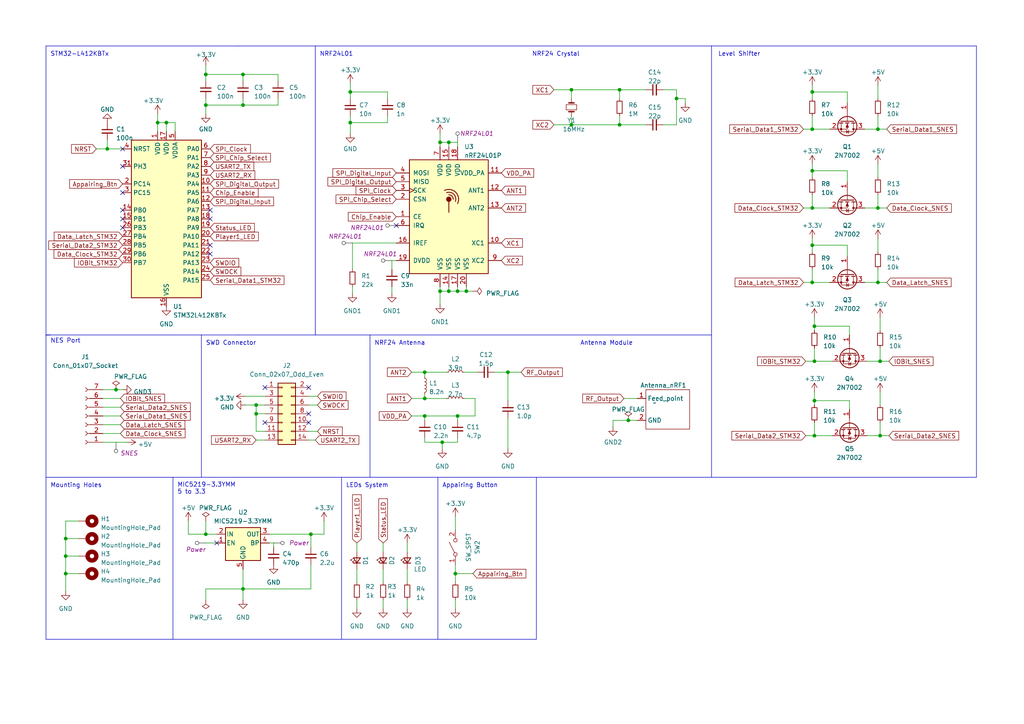
<source format=kicad_sch>
(kicad_sch (version 20230121) (generator eeschema)
  (paper "A4")
  (title_block (title "SNES Wireless Receiver (NRF24L01 Include)") (date "2023-04-17") (rev "2.0") (company "ENSEA"))
  (junction (at 165.735 26.035))
  (junction (at 236.22 126.365))
  (junction (at 19.05 166.37))
  (junction (at 33.655 113.03))
  (junction (at 130.175 84.455))
  (junction (at 130.175 41.275))
  (junction (at 147.32 107.95))
  (junction (at 236.22 104.775))
  (junction (at 127.635 84.455))
  (junction (at 254.635 60.325))
  (junction (at 127.635 41.275))
  (junction (at 235.585 81.915))
  (junction (at 59.69 21.59))
  (junction (at 70.485 170.815))
  (junction (at 236.22 116.205))
  (junction (at 90.17 154.94))
  (junction (at 179.705 36.195))
  (junction (at 123.19 115.57))
  (junction (at 59.69 154.94))
  (junction (at 45.72 35.56))
  (junction (at 235.585 71.12))
  (junction (at 255.27 126.365))
  (junction (at 123.19 120.65))
  (junction (at 70.485 30.48))
  (junction (at 196.215 28.575))
  (junction (at 19.05 161.29))
  (junction (at 235.585 60.325))
  (junction (at 254.635 81.915))
  (junction (at 254.635 37.465))
  (junction (at 132.08 166.37))
  (junction (at 70.485 21.59))
  (junction (at 59.69 30.48))
  (junction (at 74.295 120.015))
  (junction (at 182.245 121.92))
  (junction (at 101.6 35.56))
  (junction (at 74.295 117.475))
  (junction (at 19.05 156.21))
  (junction (at 135.255 84.455))
  (junction (at 179.705 26.035))
  (junction (at 132.715 84.455))
  (junction (at 123.19 107.95))
  (junction (at 235.585 49.53))
  (junction (at 132.715 120.65))
  (junction (at 235.585 37.465))
  (junction (at 255.27 104.775))
  (junction (at 235.585 26.67))
  (junction (at 236.22 94.615))
  (junction (at 165.735 36.195))
  (junction (at 31.115 43.18))
  (junction (at 101.6 26.67))
  (junction (at 128.27 128.27))
  (junction (at 48.26 35.56))
  (no_connect (at 35.56 55.88))
  (no_connect (at 89.535 120.015))
  (no_connect (at 76.835 122.555))
  (no_connect (at 89.535 112.395))
  (no_connect (at 60.96 71.12))
  (no_connect (at 35.56 66.04))
  (no_connect (at 62.865 157.48))
  (no_connect (at 35.56 48.26))
  (no_connect (at 35.56 63.5))
  (no_connect (at 114.935 65.405))
  (no_connect (at 76.835 112.395))
  (no_connect (at 60.96 60.96))
  (no_connect (at 89.535 122.555))
  (no_connect (at 35.56 60.96))
  (no_connect (at 60.96 63.5))
  (no_connect (at 60.96 73.66))
  (no_connect (at 35.56 43.18))
  (wire (pts (xy 101.6 35.56) (xy 101.6 33.655)))
  (wire (pts (xy 91.44 127.635) (xy 89.535 127.635)))
  (wire (pts (xy 255.27 104.775) (xy 255.27 100.965)))
  (polyline (pts (xy 283.21 138.43) (xy 206.375 138.43)))
  (polyline (pts (xy 127 185.42) (xy 155.575 185.42)))
  (wire (pts (xy 54.61 154.94) (xy 59.69 154.94)))
  (wire (pts (xy 92.075 117.475) (xy 89.535 117.475)))
  (wire (pts (xy 235.585 24.765) (xy 235.585 26.67)))
  (wire (pts (xy 198.755 28.575) (xy 198.755 29.845)))
  (wire (pts (xy 74.295 120.015) (xy 74.295 125.095)))
  (wire (pts (xy 29.845 113.03) (xy 33.655 113.03)))
  (wire (pts (xy 80.645 21.59) (xy 80.645 23.495)))
  (wire (pts (xy 70.485 21.59) (xy 80.645 21.59)))
  (wire (pts (xy 182.245 121.92) (xy 184.785 121.92)))
  (wire (pts (xy 196.215 36.195) (xy 196.215 28.575)))
  (polyline (pts (xy 58.42 138.43) (xy 107.315 138.43)))
  (wire (pts (xy 114.935 75.565) (xy 113.665 75.565)))
  (wire (pts (xy 128.27 128.27) (xy 132.715 128.27)))
  (wire (pts (xy 165.735 26.035) (xy 179.705 26.035)))
  (polyline (pts (xy 13.335 97.155) (xy 14.605 97.155)))
  (wire (pts (xy 235.585 78.105) (xy 235.585 81.915)))
  (wire (pts (xy 79.375 157.48) (xy 79.375 158.75)))
  (wire (pts (xy 103.505 165.1) (xy 103.505 168.91)))
  (wire (pts (xy 31.115 43.18) (xy 35.56 43.18)))
  (wire (pts (xy 70.485 30.48) (xy 80.645 30.48)))
  (polyline (pts (xy 99.06 138.43) (xy 99.06 185.42)))
  (wire (pts (xy 102.235 70.485) (xy 102.235 78.105)))
  (wire (pts (xy 29.845 123.19) (xy 34.925 123.19)))
  (wire (pts (xy 118.11 173.99) (xy 118.11 176.53)))
  (wire (pts (xy 235.585 60.325) (xy 240.665 60.325)))
  (wire (pts (xy 111.125 165.1) (xy 111.125 168.91)))
  (wire (pts (xy 128.27 128.27) (xy 128.27 130.175)))
  (wire (pts (xy 29.845 128.27) (xy 36.83 128.27)))
  (wire (pts (xy 71.12 114.935) (xy 76.835 114.935)))
  (wire (pts (xy 29.845 125.73) (xy 34.925 125.73)))
  (wire (pts (xy 130.175 84.455) (xy 130.175 83.185)))
  (wire (pts (xy 45.72 35.56) (xy 45.72 33.02)))
  (wire (pts (xy 236.22 104.775) (xy 241.3 104.775)))
  (wire (pts (xy 235.585 71.12) (xy 235.585 73.025)))
  (polyline (pts (xy 91.44 97.155) (xy 69.215 97.155)))
  (wire (pts (xy 50.8 38.1) (xy 50.8 35.56)))
  (wire (pts (xy 102.235 70.485) (xy 114.935 70.485)))
  (wire (pts (xy 74.295 120.015) (xy 76.835 120.015)))
  (wire (pts (xy 250.825 60.325) (xy 254.635 60.325)))
  (polyline (pts (xy 107.315 138.43) (xy 206.375 138.43)))
  (wire (pts (xy 255.27 104.775) (xy 257.81 104.775)))
  (wire (pts (xy 101.6 38.735) (xy 101.6 35.56)))
  (wire (pts (xy 236.22 94.615) (xy 246.38 94.615)))
  (wire (pts (xy 192.405 26.035) (xy 196.215 26.035)))
  (wire (pts (xy 132.715 42.545) (xy 132.715 41.275)))
  (wire (pts (xy 235.585 37.465) (xy 240.665 37.465)))
  (wire (pts (xy 90.17 163.83) (xy 90.17 170.815)))
  (wire (pts (xy 254.635 81.915) (xy 254.635 78.105)))
  (polyline (pts (xy 155.575 185.42) (xy 155.575 138.43)))
  (polyline (pts (xy 13.335 13.335) (xy 13.335 97.155)))
  (wire (pts (xy 59.69 154.94) (xy 62.865 154.94)))
  (wire (pts (xy 101.6 26.67) (xy 112.395 26.67)))
  (wire (pts (xy 92.075 125.095) (xy 89.535 125.095)))
  (wire (pts (xy 70.485 30.48) (xy 70.485 28.575)))
  (polyline (pts (xy 69.215 13.335) (xy 91.44 13.335)))
  (wire (pts (xy 74.295 127.635) (xy 76.835 127.635)))
  (wire (pts (xy 196.215 28.575) (xy 198.755 28.575)))
  (polyline (pts (xy 50.165 185.42) (xy 50.165 138.43)))
  (wire (pts (xy 137.795 120.65) (xy 137.795 115.57)))
  (polyline (pts (xy 127 185.42) (xy 127 138.43)))
  (wire (pts (xy 102.235 85.09) (xy 102.235 83.185)))
  (wire (pts (xy 245.745 29.845) (xy 245.745 26.67)))
  (wire (pts (xy 111.125 173.99) (xy 111.125 176.53)))
  (wire (pts (xy 123.19 114.3) (xy 123.19 115.57)))
  (wire (pts (xy 132.715 84.455) (xy 132.715 83.185)))
  (wire (pts (xy 59.69 21.59) (xy 70.485 21.59)))
  (polyline (pts (xy 206.375 13.335) (xy 206.375 138.43)))
  (wire (pts (xy 235.585 49.53) (xy 245.745 49.53)))
  (wire (pts (xy 235.585 69.215) (xy 235.585 71.12)))
  (wire (pts (xy 103.505 157.48) (xy 103.505 160.02)))
  (wire (pts (xy 92.075 114.935) (xy 89.535 114.935)))
  (wire (pts (xy 165.735 26.035) (xy 165.735 28.575)))
  (wire (pts (xy 255.27 92.075) (xy 255.27 95.885)))
  (wire (pts (xy 127.635 38.735) (xy 127.635 41.275)))
  (wire (pts (xy 235.585 71.12) (xy 245.745 71.12)))
  (wire (pts (xy 19.05 156.21) (xy 22.86 156.21)))
  (wire (pts (xy 255.27 113.665) (xy 255.27 117.475)))
  (wire (pts (xy 33.655 113.03) (xy 35.56 113.03)))
  (wire (pts (xy 165.735 36.195) (xy 179.705 36.195)))
  (wire (pts (xy 118.11 165.1) (xy 118.11 168.91)))
  (wire (pts (xy 180.975 115.57) (xy 184.785 115.57)))
  (wire (pts (xy 235.585 81.915) (xy 240.665 81.915)))
  (wire (pts (xy 74.295 125.095) (xy 76.835 125.095)))
  (wire (pts (xy 113.665 85.09) (xy 113.665 83.185)))
  (wire (pts (xy 111.125 157.48) (xy 111.125 160.02)))
  (wire (pts (xy 59.69 170.815) (xy 59.69 173.99)))
  (wire (pts (xy 127.635 42.545) (xy 127.635 41.275)))
  (wire (pts (xy 112.395 33.655) (xy 112.395 35.56)))
  (wire (pts (xy 254.635 24.765) (xy 254.635 28.575)))
  (wire (pts (xy 127.635 84.455) (xy 130.175 84.455)))
  (wire (pts (xy 254.635 37.465) (xy 257.175 37.465)))
  (wire (pts (xy 165.735 36.195) (xy 160.655 36.195)))
  (wire (pts (xy 251.46 126.365) (xy 255.27 126.365)))
  (wire (pts (xy 93.98 151.13) (xy 93.98 154.94)))
  (wire (pts (xy 236.22 94.615) (xy 236.22 95.885)))
  (wire (pts (xy 130.175 41.275) (xy 130.175 42.545)))
  (wire (pts (xy 254.635 81.915) (xy 257.175 81.915)))
  (wire (pts (xy 74.295 117.475) (xy 76.835 117.475)))
  (polyline (pts (xy 50.165 138.43) (xy 49.53 138.43)))
  (wire (pts (xy 254.635 37.465) (xy 254.635 33.655)))
  (wire (pts (xy 59.69 21.59) (xy 59.69 19.05)))
  (polyline (pts (xy 58.42 138.43) (xy 13.335 138.43)))
  (wire (pts (xy 103.505 173.99) (xy 103.505 176.53)))
  (wire (pts (xy 255.27 126.365) (xy 255.27 122.555)))
  (wire (pts (xy 147.32 107.95) (xy 147.32 116.205)))
  (wire (pts (xy 59.69 30.48) (xy 70.485 30.48)))
  (wire (pts (xy 236.22 116.205) (xy 246.38 116.205)))
  (wire (pts (xy 19.05 166.37) (xy 19.05 171.45)))
  (wire (pts (xy 123.19 120.65) (xy 132.715 120.65)))
  (wire (pts (xy 177.8 121.92) (xy 182.245 121.92)))
  (wire (pts (xy 29.845 118.11) (xy 34.925 118.11)))
  (wire (pts (xy 118.11 157.48) (xy 118.11 160.02)))
  (wire (pts (xy 236.22 113.665) (xy 236.22 116.205)))
  (wire (pts (xy 123.19 121.92) (xy 123.19 120.65)))
  (wire (pts (xy 135.255 84.455) (xy 135.255 83.185)))
  (wire (pts (xy 250.825 37.465) (xy 254.635 37.465)))
  (wire (pts (xy 132.715 41.275) (xy 130.175 41.275)))
  (wire (pts (xy 127.635 41.275) (xy 130.175 41.275)))
  (polyline (pts (xy 91.44 13.335) (xy 206.375 13.335)))
  (wire (pts (xy 236.22 92.075) (xy 236.22 94.615)))
  (wire (pts (xy 19.05 151.13) (xy 19.05 156.21)))
  (polyline (pts (xy 13.335 185.42) (xy 50.165 185.42)))
  (wire (pts (xy 19.05 161.29) (xy 19.05 166.37)))
  (wire (pts (xy 19.05 166.37) (xy 22.86 166.37)))
  (wire (pts (xy 134.62 107.95) (xy 138.43 107.95)))
  (wire (pts (xy 130.175 84.455) (xy 132.715 84.455)))
  (wire (pts (xy 254.635 60.325) (xy 257.175 60.325)))
  (polyline (pts (xy 58.42 97.155) (xy 58.42 138.43)))
  (wire (pts (xy 70.485 170.815) (xy 70.485 173.99)))
  (wire (pts (xy 132.08 173.99) (xy 132.08 176.53)))
  (wire (pts (xy 48.26 38.1) (xy 48.26 35.56)))
  (polyline (pts (xy 91.44 97.155) (xy 206.375 97.155)))
  (polyline (pts (xy 107.315 138.43) (xy 107.315 97.155)))
  (wire (pts (xy 235.585 33.655) (xy 235.585 37.465)))
  (wire (pts (xy 59.69 33.02) (xy 59.69 30.48)))
  (wire (pts (xy 70.485 165.1) (xy 70.485 170.815)))
  (wire (pts (xy 147.32 121.285) (xy 147.32 130.175)))
  (wire (pts (xy 132.715 120.65) (xy 137.795 120.65)))
  (wire (pts (xy 59.69 30.48) (xy 59.69 28.575)))
  (wire (pts (xy 177.8 121.92) (xy 177.8 123.825)))
  (wire (pts (xy 147.32 107.95) (xy 151.13 107.95)))
  (wire (pts (xy 246.38 118.745) (xy 246.38 116.205)))
  (wire (pts (xy 254.635 60.325) (xy 254.635 56.515)))
  (polyline (pts (xy 13.335 138.43) (xy 13.335 185.42)))
  (wire (pts (xy 59.69 157.48) (xy 62.865 157.48)))
  (polyline (pts (xy 133.35 226.695) (xy 230.505 226.695)))
  (wire (pts (xy 196.215 36.195) (xy 192.405 36.195)))
  (wire (pts (xy 233.045 60.325) (xy 235.585 60.325)))
  (wire (pts (xy 235.585 56.515) (xy 235.585 60.325)))
  (wire (pts (xy 119.38 115.57) (xy 123.19 115.57)))
  (wire (pts (xy 196.215 26.035) (xy 196.215 28.575)))
  (wire (pts (xy 137.16 84.455) (xy 135.255 84.455)))
  (wire (pts (xy 101.6 35.56) (xy 112.395 35.56)))
  (wire (pts (xy 127.635 84.455) (xy 127.635 88.265)))
  (polyline (pts (xy 283.21 13.335) (xy 283.21 138.43)))
  (wire (pts (xy 123.19 107.95) (xy 129.54 107.95)))
  (wire (pts (xy 54.61 151.13) (xy 54.61 154.94)))
  (wire (pts (xy 70.485 21.59) (xy 70.485 23.495)))
  (wire (pts (xy 233.68 104.775) (xy 236.22 104.775)))
  (wire (pts (xy 123.19 109.22) (xy 123.19 107.95)))
  (wire (pts (xy 22.86 151.13) (xy 19.05 151.13)))
  (wire (pts (xy 31.115 40.64) (xy 31.115 43.18)))
  (wire (pts (xy 127.635 83.185) (xy 127.635 84.455)))
  (wire (pts (xy 119.38 107.95) (xy 123.19 107.95)))
  (wire (pts (xy 70.485 170.815) (xy 90.17 170.815)))
  (wire (pts (xy 235.585 26.67) (xy 235.585 28.575)))
  (wire (pts (xy 74.295 117.475) (xy 74.295 120.015)))
  (wire (pts (xy 236.22 116.205) (xy 236.22 117.475)))
  (wire (pts (xy 132.08 166.37) (xy 132.08 168.91)))
  (wire (pts (xy 71.12 117.475) (xy 74.295 117.475)))
  (wire (pts (xy 101.6 28.575) (xy 101.6 26.67)))
  (wire (pts (xy 137.795 115.57) (xy 134.62 115.57)))
  (wire (pts (xy 255.27 126.365) (xy 257.81 126.365)))
  (wire (pts (xy 132.08 163.83) (xy 132.08 166.37)))
  (wire (pts (xy 113.665 75.565) (xy 113.665 78.105)))
  (polyline (pts (xy 206.375 13.335) (xy 283.21 13.335)))
  (wire (pts (xy 19.05 156.21) (xy 19.05 161.29)))
  (wire (pts (xy 59.69 21.59) (xy 59.69 23.495)))
  (wire (pts (xy 80.645 30.48) (xy 80.645 28.575)))
  (wire (pts (xy 236.22 122.555) (xy 236.22 126.365)))
  (wire (pts (xy 78.105 157.48) (xy 79.375 157.48)))
  (wire (pts (xy 235.585 26.67) (xy 245.745 26.67)))
  (polyline (pts (xy 50.165 185.42) (xy 99.06 185.42)))
  (wire (pts (xy 143.51 107.95) (xy 147.32 107.95)))
  (wire (pts (xy 245.745 52.705) (xy 245.745 49.53)))
  (wire (pts (xy 50.8 35.56) (xy 48.26 35.56)))
  (wire (pts (xy 78.105 154.94) (xy 90.17 154.94)))
  (wire (pts (xy 236.22 100.965) (xy 236.22 104.775)))
  (wire (pts (xy 59.69 151.13) (xy 59.69 154.94)))
  (wire (pts (xy 119.38 120.65) (xy 123.19 120.65)))
  (polyline (pts (xy 13.335 13.335) (xy 69.215 13.335)))
  (wire (pts (xy 45.72 35.56) (xy 45.72 38.1)))
  (wire (pts (xy 128.27 128.27) (xy 123.19 128.27)))
  (wire (pts (xy 93.98 154.94) (xy 90.17 154.94)))
  (wire (pts (xy 29.845 115.57) (xy 34.925 115.57)))
  (wire (pts (xy 236.22 126.365) (xy 241.3 126.365)))
  (wire (pts (xy 59.69 170.815) (xy 70.485 170.815)))
  (polyline (pts (xy 69.215 97.155) (xy 13.335 97.155)))
  (wire (pts (xy 132.715 121.92) (xy 132.715 120.65)))
  (wire (pts (xy 245.745 74.295) (xy 245.745 71.12)))
  (wire (pts (xy 19.05 161.29) (xy 22.86 161.29)))
  (wire (pts (xy 251.46 104.775) (xy 255.27 104.775)))
  (wire (pts (xy 179.705 26.035) (xy 179.705 28.575)))
  (polyline (pts (xy 13.335 138.43) (xy 13.335 97.155)))
  (wire (pts (xy 90.17 158.75) (xy 90.17 154.94)))
  (wire (pts (xy 129.54 115.57) (xy 123.19 115.57)))
  (wire (pts (xy 254.635 69.215) (xy 254.635 73.025)))
  (wire (pts (xy 250.825 81.915) (xy 254.635 81.915)))
  (wire (pts (xy 132.715 84.455) (xy 135.255 84.455)))
  (wire (pts (xy 179.705 36.195) (xy 187.325 36.195)))
  (wire (pts (xy 165.735 33.655) (xy 165.735 36.195)))
  (wire (pts (xy 179.705 36.195) (xy 179.705 33.655)))
  (polyline (pts (xy 99.06 185.42) (xy 127 185.42)))
  (wire (pts (xy 246.38 97.155) (xy 246.38 94.615)))
  (wire (pts (xy 233.045 37.465) (xy 235.585 37.465)))
  (wire (pts (xy 27.94 43.18) (xy 31.115 43.18)))
  (wire (pts (xy 123.19 128.27) (xy 123.19 127)))
  (wire (pts (xy 132.715 127) (xy 132.715 128.27)))
  (wire (pts (xy 29.845 120.65) (xy 34.925 120.65)))
  (wire (pts (xy 179.705 26.035) (xy 187.325 26.035)))
  (wire (pts (xy 254.635 47.625) (xy 254.635 51.435)))
  (wire (pts (xy 132.08 166.37) (xy 137.16 166.37)))
  (wire (pts (xy 101.6 24.13) (xy 101.6 26.67)))
  (wire (pts (xy 48.26 35.56) (xy 45.72 35.56)))
  (wire (pts (xy 160.655 26.035) (xy 165.735 26.035)))
  (wire (pts (xy 132.08 149.86) (xy 132.08 153.67)))
  (wire (pts (xy 235.585 49.53) (xy 235.585 51.435)))
  (wire (pts (xy 233.68 126.365) (xy 236.22 126.365)))
  (wire (pts (xy 235.585 47.625) (xy 235.585 49.53)))
  (wire (pts (xy 112.395 26.67) (xy 112.395 28.575)))
  (wire (pts (xy 233.045 81.915) (xy 235.585 81.915)))
  (polyline (pts (xy 91.44 13.335) (xy 91.44 97.155)))
  (text "Mounting Holes\n" (at 14.605 141.605 0) (effects (font (size 1.27 1.27)) (justify left bottom)))
  (text "NRF24 Antenna\n" (at 108.585 100.33 0) (effects (font (size 1.27 1.27)) (justify left bottom)))
  (text "Antenna Module\n" (at 168.275 100.33 0) (effects (font (size 1.27 1.27)) (justify left bottom)))
  (text "SWD Connector" (at 59.69 100.33 0) (effects (font (size 1.27 1.27)) (justify left bottom)))
  (text "NES Port\n" (at 14.605 99.695 0) (effects (font (size 1.27 1.27)) (justify left bottom)))
  (text "Appairing Button\n" (at 128.27 141.605 0) (effects (font (size 1.27 1.27)) (justify left bottom)))
  (text "LEDs System" (at 100.33 141.605 0) (effects (font (size 1.27 1.27)) (justify left bottom)))
  (text "STM32-L412KBTx\n" (at 14.605 16.51 0) (effects (font (size 1.27 1.27)) (justify left bottom)))
  (text "MIC5219-3.3YMM\n5 to 3.3\n" (at 51.435 143.51 0) (effects (font (size 1.27 1.27)) (justify left bottom)))
  (text "NRF24L01\n" (at 92.71 16.51 0) (effects (font (size 1.27 1.27)) (justify left bottom)))
  (text "NRF24 Crystal\n" (at 154.305 16.51 0) (effects (font (size 1.27 1.27)) (justify left bottom)))
  (text "Level Shifter\n" (at 208.28 16.51 0) (effects (font (size 1.27 1.27)) (justify left bottom)))
  (global_label "IOBit_SNES" (shape input) (at 34.925 115.57 0) (property "Intersheetrefs" "${INTERSHEET_REFS}" (effects hide)))
  (global_label "Appairing_Btn" (shape input) (at 35.56 53.34 180) (property "Intersheetrefs" "${INTERSHEET_REFS}" (effects hide)))
  (global_label "Chip_Enable" (shape input) (at 114.935 62.865 180) (property "Intersheetrefs" "${INTERSHEET_REFS}" (effects hide)))
  (global_label "SPI_Chip_Select" (shape input) (at 114.935 57.785 180) (property "Intersheetrefs" "${INTERSHEET_REFS}" (effects hide)))
  (global_label "ANT2" (shape input) (at 119.38 107.95 180) (property "Intersheetrefs" "${INTERSHEET_REFS}" (effects hide)))
  (global_label "Status_LED" (shape input) (at 60.96 66.04 0) (property "Intersheetrefs" "${INTERSHEET_REFS}" (effects hide)))
  (global_label "SPI_Digital_Input" (shape input) (at 60.96 58.42 0) (property "Intersheetrefs" "${INTERSHEET_REFS}" (effects hide)))
  (global_label "Serial_Data2_SNES" (shape input) (at 257.81 126.365 0) (property "Intersheetrefs" "${INTERSHEET_REFS}" (effects hide)))
  (global_label "Serial_Data1_STM32" (shape input) (at 233.045 37.465 180) (property "Intersheetrefs" "${INTERSHEET_REFS}" (effects hide)))
  (global_label "NRST" (shape input) (at 27.94 43.18 180) (property "Intersheetrefs" "${INTERSHEET_REFS}" (effects hide)))
  (global_label "XC1" (shape input) (at 160.655 26.035 180) (property "Intersheetrefs" "${INTERSHEET_REFS}" (effects hide)))
  (global_label "Player1_LED" (shape input) (at 60.96 68.58 0) (property "Intersheetrefs" "${INTERSHEET_REFS}" (effects hide)))
  (global_label "Data_Latch_SNES" (shape input) (at 34.925 123.19 0) (property "Intersheetrefs" "${INTERSHEET_REFS}" (effects hide)))
  (global_label "USART2_RX" (shape input) (at 60.96 50.8 0) (property "Intersheetrefs" "${INTERSHEET_REFS}" (effects hide)))
  (global_label "USART2_RX" (shape input) (at 74.295 127.635 180) (property "Intersheetrefs" "${INTERSHEET_REFS}" (effects hide)))
  (global_label "ANT1" (shape input) (at 119.38 115.57 180) (property "Intersheetrefs" "${INTERSHEET_REFS}" (effects hide)))
  (global_label "SPI_Clock" (shape input) (at 60.96 43.18 0) (property "Intersheetrefs" "${INTERSHEET_REFS}" (effects hide)))
  (global_label "SWDIO" (shape input) (at 60.96 76.2 0) (property "Intersheetrefs" "${INTERSHEET_REFS}" (effects hide)))
  (global_label "Data_Clock_STM32" (shape input) (at 233.045 60.325 180) (property "Intersheetrefs" "${INTERSHEET_REFS}" (effects hide)))
  (global_label "NRST" (shape input) (at 92.075 125.095 0) (property "Intersheetrefs" "${INTERSHEET_REFS}" (effects hide)))
  (global_label "Data_Latch_SNES" (shape input) (at 257.175 81.915 0) (property "Intersheetrefs" "${INTERSHEET_REFS}" (effects hide)))
  (global_label "SPI_Digital_Input" (shape input) (at 114.935 50.165 180) (property "Intersheetrefs" "${INTERSHEET_REFS}" (effects hide)))
  (global_label "ANT2" (shape input) (at 145.415 60.325 0) (property "Intersheetrefs" "${INTERSHEET_REFS}" (effects hide)))
  (global_label "ANT1" (shape input) (at 145.415 55.245 0) (property "Intersheetrefs" "${INTERSHEET_REFS}" (effects hide)))
  (global_label "SPI_Chip_Select" (shape input) (at 60.96 45.72 0) (property "Intersheetrefs" "${INTERSHEET_REFS}" (effects hide)))
  (global_label "SPI_Digital_Output" (shape input) (at 114.935 52.705 180) (property "Intersheetrefs" "${INTERSHEET_REFS}" (effects hide)))
  (global_label "Serial_Data1_SNES" (shape input) (at 34.925 120.65 0) (property "Intersheetrefs" "${INTERSHEET_REFS}" (effects hide)))
  (global_label "Serial_Data2_SNES" (shape input) (at 34.925 118.11 0) (property "Intersheetrefs" "${INTERSHEET_REFS}" (effects hide)))
  (global_label "SWDCK" (shape input) (at 60.96 78.74 0) (property "Intersheetrefs" "${INTERSHEET_REFS}" (effects hide)))
  (global_label "XC1" (shape input) (at 145.415 70.485 0) (property "Intersheetrefs" "${INTERSHEET_REFS}" (effects hide)))
  (global_label "Status_LED" (shape input) (at 111.125 157.48 90) (property "Intersheetrefs" "${INTERSHEET_REFS}" (effects hide)))
  (global_label "Chip_Enable" (shape input) (at 60.96 55.88 0) (property "Intersheetrefs" "${INTERSHEET_REFS}" (effects hide)))
  (global_label "Player1_LED" (shape input) (at 103.505 157.48 90) (property "Intersheetrefs" "${INTERSHEET_REFS}" (effects hide)))
  (global_label "Serial_Data2_STM32" (shape input) (at 233.68 126.365 180) (property "Intersheetrefs" "${INTERSHEET_REFS}" (effects hide)))
  (global_label "Serial_Data1_SNES" (shape input) (at 257.175 37.465 0) (property "Intersheetrefs" "${INTERSHEET_REFS}" (effects hide)))
  (global_label "Data_Clock_SNES" (shape input) (at 257.175 60.325 0) (property "Intersheetrefs" "${INTERSHEET_REFS}" (effects hide)))
  (global_label "Serial_Data2_STM32" (shape input) (at 35.56 71.12 180) (property "Intersheetrefs" "${INTERSHEET_REFS}" (effects hide)))
  (global_label "RF_Output" (shape input) (at 180.975 115.57 180) (property "Intersheetrefs" "${INTERSHEET_REFS}" (effects hide)))
  (global_label "Appairing_Btn" (shape input) (at 137.16 166.37 0) (property "Intersheetrefs" "${INTERSHEET_REFS}" (effects hide)))
  (global_label "IOBit_SNES" (shape input) (at 257.81 104.775 0) (property "Intersheetrefs" "${INTERSHEET_REFS}" (effects hide)))
  (global_label "Data_Latch_STM32" (shape input) (at 233.045 81.915 180) (property "Intersheetrefs" "${INTERSHEET_REFS}" (effects hide)))
  (global_label "Data_Clock_STM32" (shape input) (at 35.56 73.66 180) (property "Intersheetrefs" "${INTERSHEET_REFS}" (effects hide)))
  (global_label "XC2" (shape input) (at 145.415 75.565 0) (property "Intersheetrefs" "${INTERSHEET_REFS}" (effects hide)))
  (global_label "Data_Clock_SNES" (shape input) (at 34.925 125.73 0) (property "Intersheetrefs" "${INTERSHEET_REFS}" (effects hide)))
  (global_label "VDD_PA" (shape input) (at 119.38 120.65 180) (property "Intersheetrefs" "${INTERSHEET_REFS}" (effects hide)))
  (global_label "RF_Output" (shape input) (at 151.13 107.95 0) (property "Intersheetrefs" "${INTERSHEET_REFS}" (effects hide)))
  (global_label "USART2_TX" (shape input) (at 91.44 127.635 0) (property "Intersheetrefs" "${INTERSHEET_REFS}" (effects hide)))
  (global_label "Data_Latch_STM32" (shape input) (at 35.56 68.58 180) (property "Intersheetrefs" "${INTERSHEET_REFS}" (effects hide)))
  (global_label "SWDCK" (shape input) (at 92.075 117.475 0) (property "Intersheetrefs" "${INTERSHEET_REFS}" (effects hide)))
  (global_label "SPI_Digital_Output" (shape input) (at 60.96 53.34 0) (property "Intersheetrefs" "${INTERSHEET_REFS}" (effects hide)))
  (global_label "IOBit_STM32" (shape input) (at 35.56 76.2 180) (property "Intersheetrefs" "${INTERSHEET_REFS}" (effects hide)))
  (global_label "VDD_PA" (shape input) (at 145.415 50.165 0) (property "Intersheetrefs" "${INTERSHEET_REFS}" (effects hide)))
  (global_label "Serial_Data1_STM32" (shape input) (at 60.96 81.28 0) (property "Intersheetrefs" "${INTERSHEET_REFS}" (effects hide)))
  (global_label "XC2" (shape input) (at 160.655 36.195 180) (property "Intersheetrefs" "${INTERSHEET_REFS}" (effects hide)))
  (global_label "USART2_TX" (shape input) (at 60.96 48.26 0) (property "Intersheetrefs" "${INTERSHEET_REFS}" (effects hide)))
  (global_label "IOBit_STM32" (shape input) (at 233.68 104.775 180) (property "Intersheetrefs" "${INTERSHEET_REFS}" (effects hide)))
  (global_label "SWDIO" (shape input) (at 92.075 114.935 0) (property "Intersheetrefs" "${INTERSHEET_REFS}" (effects hide)))
  (global_label "SPI_Clock" (shape input) (at 114.935 55.245 180) (property "Intersheetrefs" "${INTERSHEET_REFS}" (effects hide)))
  (netclass_flag "" (length 2.54) (shape round) (at 114.935 65.405 90) (property "Netclass" "NRF24L01" (at 101.6 66.04 0) (effects (font italic) (justify left))))
  (netclass_flag "" (length 2.54) (shape round) (at 79.375 157.48 270) (property "Netclass" "Power" (at 83.82 157.48 0) (effects (font italic) (justify left))))
  (netclass_flag "" (length 2.54) (shape round) (at 132.715 41.275 0) (property "Netclass" "NRF24L01" (at 133.4135 38.735 0) (effects (font italic) (justify left))))
  (netclass_flag "" (length 2.54) (shape round) (at 59.69 157.48 90) (property "Netclass" "Power" (at 59.69 159.385 0) (effects (font italic) (justify right))))
  (netclass_flag "" (length 2.54) (shape round) (at 102.235 70.485 90) (property "Netclass" "NRF24L01" (at 95.25 68.58 0) (effects (font italic) (justify left))))
  (netclass_flag "" (length 2.54) (shape round) (at 33.655 128.27 180) (property "Netclass" "SNES" (at 40.005 131.445 0) (effects (font italic) (justify right))))
  (netclass_flag "" (length 2.54) (shape round) (at 113.665 75.565 90) (property "Netclass" "NRF24L01" (at 105.41 73.66 0) (effects (font italic) (justify left))))
  (symbol (lib_id "power:GND") (at 198.755 29.845 0) (unit 1)
    (property "Reference" "#PWR030" (effects hide))
    (property "Value" "GND" (at 198.755 34.925 0))
  )
  (symbol (lib_id "power:+5V") (at 254.635 24.765 0) (unit 1)
    (property "Reference" "#PWR036" (effects hide))
    (property "Value" "+5V" (at 254.635 20.955 0))
  )
  (symbol (lib_id "power:GND") (at 101.6 38.735 0) (unit 1)
    (property "Reference" "#PWR016" (effects hide))
    (property "Value" "GND" (at 101.6 43.18 0))
  )
  (symbol (lib_id "power:+3.3V") (at 235.585 69.215 0) (unit 1)
    (property "Reference" "#PWR033" (effects hide))
    (property "Value" "+3.3V" (at 235.585 65.405 0))
  )
  (symbol (lib_id "Device:L_Small") (at 123.19 111.76 0) (unit 1)
    (property "Reference" "L1" (at 124.46 111.125 0) (effects (justify left)))
    (property "Value" "8.2n" (at 124.46 113.665 0) (effects (justify left)))
    (property "Footprint" "Inductor_SMD:L_0805_2012Metric_Pad1.05x1.20mm_HandSolder" (effects hide))
  )
  (symbol (lib_id "Mechanical:MountingHole_Pad") (at 25.4 161.29 270) (unit 1)
    (property "Reference" "H3" (at 29.21 160.655 90) (effects (justify left)))
    (property "Value" "MountingHole_Pad" (at 29.21 163.195 90) (effects (justify left)))
    (property "Footprint" "MountingHole:MountingHole_3.2mm_M3_DIN965_Pad" (effects hide))
  )
  (symbol (lib_id "power:+3.3V") (at 71.12 114.935 90) (unit 1)
    (property "Reference" "#PWR011" (effects hide))
    (property "Value" "+3.3V" (at 67.945 115.57 90) (effects (justify left)))
  )
  (symbol (lib_id "power:GND2") (at 177.8 123.825 0) (unit 1)
    (property "Reference" "#PWR029" (effects hide))
    (property "Value" "GND_Antenna" (at 177.8 128.27 0))
  )
  (symbol (lib_id "Device:C_Small") (at 112.395 31.115 0) (unit 1)
    (property "Reference" "C8" (at 114.935 30.4863 0) (effects (justify left)))
    (property "Value" "1n" (at 114.935 33.0263 0) (effects (justify left)))
    (property "Footprint" "Capacitor_SMD:C_0603_1608Metric_Pad1.08x0.95mm_HandSolder" (effects hide))
  )
  (symbol (lib_id "Device:LED_Small") (at 103.505 162.56 90) (unit 1)
    (property "Reference" "D1" (at 106.045 162.56 0))
    (property "Value" "LED_Small" (effects hide))
    (property "Footprint" "Diode_SMD:D_0603_1608Metric_Pad1.05x0.95mm_HandSolder" (effects hide))
  )
  (symbol (lib_id "Connector:Conn_01x07_Socket") (at 24.765 120.65 180) (unit 1)
    (property "Reference" "J1" (at 24.765 103.505 0))
    (property "Value" "Conn_01x07_Socket" (at 24.765 106.045 0))
    (property "Footprint" "Connector_JST:JST_EH_B7B-EH-A_1x07_P2.50mm_Vertical" (effects hide))
  )
  (symbol (lib_id "RF:nRF24L01P") (at 130.175 62.865 0) (unit 1)
    (property "Reference" "U3" (at 134.6709 42.545 0) (effects (justify left)))
    (property "Value" "nRF24L01P" (at 134.6709 45.085 0) (effects (justify left)))
    (property "Footprint" "Package_DFN_QFN:QFN-20-1EP_4x4mm_P0.5mm_EP2.5x2.5mm" (effects hide))
    (property "Datasheet" "http://www.nordicsemi.com/eng/content/download/2726/34069/file/nRF24L01P_Product_Specification_1_0.pdf" (effects hide))
  )
  (symbol (lib_id "power:GND1") (at 102.235 85.09 0) (unit 1)
    (property "Reference" "#PWR017" (effects hide))
    (property "Value" "GND_NRF24" (at 102.235 90.17 0))
  )
  (symbol (lib_id "Antenna_nRF24_2_4GHz:Antenna_nRF_2_4GHz") (at 193.675 119.38 0) (unit 1)
    (property "Reference" "Antenna_nRF1" (at 192.405 111.76 0))
    (property "Value" "~" (at 189.865 116.84 0))
    (property "Footprint" "RF_Antenna:Texas_SWRA117D_2.4GHz_Right" (effects hide))
    (property "Datasheet" "https://www.ti.com/lit/an/swra117d/swra117d.pdf" (effects hide))
  )
  (symbol (lib_id "Device:LED_Small") (at 118.11 162.56 90) (unit 1)
    (property "Reference" "D3" (at 121.285 161.29 0) (effects (justify right)))
    (property "Value" "LED" (at 120.015 165.1 90) (effects (justify right)))
    (property "Footprint" "Diode_SMD:D_0603_1608Metric_Pad1.05x0.95mm_HandSolder" (effects hide))
  )
  (symbol (lib_id "Regulator_Linear:MIC5219-3.3YMM") (at 70.485 157.48 0) (unit 1)
    (property "Reference" "U2" (at 70.485 148.59 0))
    (property "Value" "MIC5219-3.3YMM" (at 70.485 151.13 0))
    (property "Footprint" "Package_SO:MSOP-8_3x3mm_P0.65mm" (effects hide))
    (property "Datasheet" "http://ww1.microchip.com/downloads/en/DeviceDoc/MIC5219-500mA-Peak-Output-LDO-Regulator-DS20006021A.pdf" (effects hide))
  )
  (symbol (lib_id "power:GND") (at 48.26 88.9 0) (unit 1)
    (property "Reference" "#PWR06" (effects hide))
    (property "Value" "GND" (at 48.26 93.98 0))
  )
  (symbol (lib_id "Device:C_Small") (at 70.485 26.035 0) (unit 1)
    (property "Reference" "C3" (at 73.66 25.4 0) (effects (justify left)))
    (property "Value" "100n" (at 73.66 27.94 0) (effects (justify left)))
    (property "Footprint" "Capacitor_SMD:C_0603_1608Metric_Pad1.08x0.95mm_HandSolder" (effects hide))
  )
  (symbol (lib_id "Transistor_FET:2N7002") (at 246.38 123.825 270) (unit 1)
    (property "Reference" "Q5" (at 246.38 130.175 90))
    (property "Value" "2N7002" (at 246.38 132.715 90))
    (property "Footprint" "Package_TO_SOT_SMD:SOT-23" (effects hide))
    (property "Datasheet" "https://www.onsemi.com/pub/Collateral/NDS7002A-D.PDF" (effects hide))
  )
  (symbol (lib_id "Device:L_Small") (at 132.08 115.57 90) (unit 1)
    (property "Reference" "L3" (at 132.08 111.76 90))
    (property "Value" "2.7n" (at 132.08 114.3 90))
    (property "Footprint" "Inductor_SMD:L_0805_2012Metric_Pad1.05x1.20mm_HandSolder" (effects hide))
  )
  (symbol (lib_id "Device:R_Small") (at 236.22 98.425 0) (unit 1)
    (property "Reference" "R10" (at 238.76 97.79 0) (effects (justify left)))
    (property "Value" "10k" (at 238.76 100.33 0) (effects (justify left)))
    (property "Footprint" "Resistor_SMD:R_0603_1608Metric_Pad0.98x0.95mm_HandSolder" (effects hide))
  )
  (symbol (lib_id "Device:C_Small") (at 132.715 124.46 0) (unit 1)
    (property "Reference" "C11" (at 135.255 123.8313 0) (effects (justify left)))
    (property "Value" "4.7p" (at 135.255 126.3713 0) (effects (justify left)))
    (property "Footprint" "Capacitor_SMD:C_0603_1608Metric_Pad1.08x0.95mm_HandSolder" (effects hide))
  )
  (symbol (lib_id "Device:R_Small") (at 132.08 171.45 0) (unit 1)
    (property "Reference" "R5" (at 134.62 170.815 0) (effects (justify left)))
    (property "Value" "10k" (at 134.62 173.355 0) (effects (justify left)))
    (property "Footprint" "Resistor_SMD:R_0603_1608Metric_Pad0.98x0.95mm_HandSolder" (effects hide))
  )
  (symbol (lib_id "Device:L_Small") (at 132.08 107.95 90) (unit 1)
    (property "Reference" "L2" (at 132.08 104.14 90))
    (property "Value" "3.9n" (at 132.08 106.68 90))
    (property "Footprint" "Inductor_SMD:L_0805_2012Metric_Pad1.05x1.20mm_HandSolder" (effects hide))
  )
  (symbol (lib_id "power:+3.3V") (at 101.6 24.13 0) (unit 1)
    (property "Reference" "#PWR015" (effects hide))
    (property "Value" "+3.3V" (at 101.6 20.32 0))
  )
  (symbol (lib_id "power:PWR_FLAG") (at 33.655 113.03 0) (unit 1)
    (property "Reference" "#FLG01" (effects hide))
    (property "Value" "PWR_FLAG" (at 33.02 109.22 0) (effects (justify left)))
  )
  (symbol (lib_id "Device:R_Small") (at 236.22 120.015 0) (unit 1)
    (property "Reference" "R11" (at 238.76 119.38 0) (effects (justify left)))
    (property "Value" "10k" (at 238.76 121.92 0) (effects (justify left)))
    (property "Footprint" "Resistor_SMD:R_0603_1608Metric_Pad0.98x0.95mm_HandSolder" (effects hide))
  )
  (symbol (lib_id "Transistor_FET:2N7002") (at 245.745 79.375 270) (unit 1)
    (property "Reference" "Q3" (at 245.745 86.995 90))
    (property "Value" "2N7002" (at 245.745 89.535 90))
    (property "Footprint" "Package_TO_SOT_SMD:SOT-23" (effects hide))
    (property "Datasheet" "https://www.onsemi.com/pub/Collateral/NDS7002A-D.PDF" (effects hide))
  )
  (symbol (lib_id "Device:R_Small") (at 118.11 171.45 0) (unit 1)
    (property "Reference" "R4" (at 120.65 170.815 0) (effects (justify left)))
    (property "Value" "1k" (at 120.65 173.355 0) (effects (justify left)))
    (property "Footprint" "Resistor_SMD:R_0603_1608Metric_Pad0.98x0.95mm_HandSolder" (effects hide))
  )
  (symbol (lib_id "Transistor_FET:2N7002") (at 245.745 34.925 270) (unit 1)
    (property "Reference" "Q1" (at 245.745 42.545 90))
    (property "Value" "2N7002" (at 245.745 45.085 90))
    (property "Footprint" "Package_TO_SOT_SMD:SOT-23" (effects hide))
    (property "Datasheet" "https://www.onsemi.com/pub/Collateral/NDS7002A-D.PDF" (effects hide))
  )
  (symbol (lib_id "Device:Crystal_Small") (at 165.735 31.115 90) (unit 1)
    (property "Reference" "Y1" (at 164.465 34.925 90) (effects (justify right)))
    (property "Value" "16MHz" (at 163.195 37.465 90) (effects (justify right)))
    (property "Footprint" "Crystal:Crystal_SMD_HC49-SD_HandSoldering" (effects hide))
  )
  (symbol (lib_id "Device:C_Small") (at 90.17 161.29 0) (unit 1)
    (property "Reference" "C6" (at 92.71 160.6613 0) (effects (justify left)))
    (property "Value" "2.2u" (at 92.71 163.2013 0) (effects (justify left)))
    (property "Footprint" "Capacitor_SMD:C_0603_1608Metric_Pad1.08x0.95mm_HandSolder" (effects hide))
  )
  (symbol (lib_id "Device:C_Small") (at 80.645 26.035 0) (unit 1)
    (property "Reference" "C5" (at 83.82 25.4 0) (effects (justify left)))
    (property "Value" "100n" (at 83.82 27.94 0) (effects (justify left)))
    (property "Footprint" "Capacitor_SMD:C_0603_1608Metric_Pad1.08x0.95mm_HandSolder" (effects hide))
  )
  (symbol (lib_id "Device:R_Small") (at 255.27 98.425 0) (unit 1)
    (property "Reference" "R15" (at 257.81 97.79 0) (effects (justify left)))
    (property "Value" "10k" (at 257.81 100.33 0) (effects (justify left)))
    (property "Footprint" "Resistor_SMD:R_0603_1608Metric_Pad0.98x0.95mm_HandSolder" (effects hide))
  )
  (symbol (lib_id "power:+5V") (at 36.83 128.27 270) (unit 1)
    (property "Reference" "#PWR04" (effects hide))
    (property "Value" "+5V_SNES" (at 40.005 128.905 90) (effects (justify left)))
  )
  (symbol (lib_id "power:+3.3V") (at 127.635 38.735 0) (unit 1)
    (property "Reference" "#PWR023" (effects hide))
    (property "Value" "+3.3V" (at 127.635 34.925 0))
  )
  (symbol (lib_id "Device:C_Small") (at 189.865 26.035 90) (unit 1)
    (property "Reference" "C14" (at 189.8713 20.955 90))
    (property "Value" "22p" (at 189.8713 23.495 90))
    (property "Footprint" "Capacitor_SMD:C_0603_1608Metric_Pad1.08x0.95mm_HandSolder" (effects hide))
  )
  (symbol (lib_id "Mechanical:MountingHole_Pad") (at 25.4 166.37 270) (unit 1)
    (property "Reference" "H4" (at 29.21 165.735 90) (effects (justify left)))
    (property "Value" "MountingHole_Pad" (at 29.21 168.275 90) (effects (justify left)))
    (property "Footprint" "MountingHole:MountingHole_3.2mm_M3_DIN965_Pad" (effects hide))
  )
  (symbol (lib_id "MCU_ST_STM32L4:STM32L412KBTx") (at 48.26 63.5 0) (unit 1)
    (property "Reference" "U1" (at 50.2159 88.9 0) (effects (justify left)))
    (property "Value" "STM32L412KBTx" (at 50.2159 91.44 0) (effects (justify left)))
    (property "Footprint" "Package_QFP:LQFP-32_7x7mm_P0.8mm" (effects hide))
    (property "Datasheet" "https://www.st.com/resource/en/datasheet/stm32l412kb.pdf" (effects hide))
  )
  (symbol (lib_id "power:GND") (at 70.485 173.99 0) (unit 1)
    (property "Reference" "#PWR010" (effects hide))
    (property "Value" "GND" (at 70.485 179.07 0))
  )
  (symbol (lib_id "Mechanical:MountingHole_Pad") (at 25.4 156.21 270) (unit 1)
    (property "Reference" "H2" (at 29.21 155.575 90) (effects (justify left)))
    (property "Value" "MountingHole_Pad" (at 29.21 158.115 90) (effects (justify left)))
    (property "Footprint" "MountingHole:MountingHole_3.2mm_M3_DIN965_Pad" (effects hide))
  )
  (symbol (lib_id "power:+5V") (at 255.27 92.075 0) (unit 1)
    (property "Reference" "#PWR039" (effects hide))
    (property "Value" "+5V" (at 255.27 88.265 0))
  )
  (symbol (lib_id "Device:R_Small") (at 235.585 75.565 0) (unit 1)
    (property "Reference" "R9" (at 238.125 74.93 0) (effects (justify left)))
    (property "Value" "10k" (at 238.125 77.47 0) (effects (justify left)))
    (property "Footprint" "Resistor_SMD:R_0603_1608Metric_Pad0.98x0.95mm_HandSolder" (effects hide))
  )
  (symbol (lib_id "power:+3.3V") (at 93.98 151.13 0) (unit 1)
    (property "Reference" "#PWR014" (effects hide))
    (property "Value" "+3.3V" (at 93.98 147.32 0))
  )
  (symbol (lib_id "Device:C_Small") (at 113.665 80.645 0) (unit 1)
    (property "Reference" "C9" (at 116.205 80.0163 0) (effects (justify left)))
    (property "Value" "33n" (at 116.205 82.5563 0) (effects (justify left)))
    (property "Footprint" "Capacitor_SMD:C_0603_1608Metric_Pad1.08x0.95mm_HandSolder" (effects hide))
  )
  (symbol (lib_id "power:+5V") (at 254.635 47.625 0) (unit 1)
    (property "Reference" "#PWR037" (effects hide))
    (property "Value" "+5V" (at 254.635 43.815 0))
  )
  (symbol (lib_id "Device:R_Small") (at 102.235 80.645 0) (unit 1)
    (property "Reference" "R1" (at 104.775 80.01 0) (effects (justify left)))
    (property "Value" "22k" (at 104.775 82.55 0) (effects (justify left)))
    (property "Footprint" "Resistor_SMD:R_0603_1608Metric_Pad0.98x0.95mm_HandSolder" (effects hide))
  )
  (symbol (lib_id "power:GND") (at 31.115 35.56 180) (unit 1)
    (property "Reference" "#PWR02" (effects hide))
    (property "Value" "GND" (at 31.115 31.75 0))
  )
  (symbol (lib_id "power:+5V") (at 254.635 69.215 0) (unit 1)
    (property "Reference" "#PWR038" (effects hide))
    (property "Value" "+5V" (at 254.635 65.405 0))
  )
  (symbol (lib_id "Device:R_Small") (at 235.585 53.975 0) (unit 1)
    (property "Reference" "R8" (at 238.125 53.34 0) (effects (justify left)))
    (property "Value" "10k" (at 238.125 55.88 0) (effects (justify left)))
    (property "Footprint" "Resistor_SMD:R_0603_1608Metric_Pad0.98x0.95mm_HandSolder" (effects hide))
  )
  (symbol (lib_id "Device:C_Small") (at 79.375 161.29 0) (unit 1)
    (property "Reference" "C4" (at 81.915 160.6613 0) (effects (justify left)))
    (property "Value" "470p" (at 81.915 163.2013 0) (effects (justify left)))
    (property "Footprint" "Capacitor_SMD:C_0603_1608Metric_Pad1.08x0.95mm_HandSolder" (effects hide))
  )
  (symbol (lib_id "power:GND") (at 128.27 130.175 0) (unit 1)
    (property "Reference" "#PWR025" (effects hide))
    (property "Value" "GND" (at 128.27 135.255 0))
  )
  (symbol (lib_id "Device:C_Small") (at 31.115 38.1 0) (unit 1)
    (property "Reference" "C1" (at 33.655 37.4713 0) (effects (justify left)))
    (property "Value" "100n" (at 33.655 40.0113 0) (effects (justify left)))
    (property "Footprint" "Capacitor_SMD:C_0603_1608Metric_Pad1.08x0.95mm_HandSolder" (effects hide))
  )
  (symbol (lib_id "power:+3.3V") (at 132.08 149.86 0) (unit 1)
    (property "Reference" "#PWR026" (effects hide))
    (property "Value" "+3.3V" (at 132.08 146.05 0))
  )
  (symbol (lib_id "power:GND") (at 19.05 171.45 0) (unit 1)
    (property "Reference" "#PWR01" (effects hide))
    (property "Value" "GND" (at 19.05 176.53 0))
  )
  (symbol (lib_id "power:PWR_FLAG") (at 59.69 151.13 0) (unit 1)
    (property "Reference" "#FLG02" (effects hide))
    (property "Value" "PWR_FLAG" (at 67.31 147.32 0) (effects (justify right)))
  )
  (symbol (lib_id "power:GND3") (at 35.56 113.03 90) (unit 1)
    (property "Reference" "#PWR03" (effects hide))
    (property "Value" "GND_SNES" (at 38.735 113.665 90) (effects (justify right)))
  )
  (symbol (lib_id "Device:R_Small") (at 235.585 31.115 0) (unit 1)
    (property "Reference" "R7" (at 238.125 30.48 0) (effects (justify left)))
    (property "Value" "10k" (at 238.125 33.02 0) (effects (justify left)))
    (property "Footprint" "Resistor_SMD:R_0603_1608Metric_Pad0.98x0.95mm_HandSolder" (effects hide))
  )
  (symbol (lib_id "power:+3.3V") (at 235.585 47.625 0) (unit 1)
    (property "Reference" "#PWR032" (effects hide))
    (property "Value" "+3.3V" (at 235.585 43.815 0))
  )
  (symbol (lib_id "power:PWR_FLAG") (at 182.245 121.92 0) (unit 1)
    (property "Reference" "#FLG05" (effects hide))
    (property "Value" "PWR_FLAG" (at 182.245 118.745 0))
  )
  (symbol (lib_id "power:GND") (at 59.69 33.02 0) (unit 1)
    (property "Reference" "#PWR09" (effects hide))
    (property "Value" "GND" (at 59.69 37.465 0))
  )
  (symbol (lib_id "power:+3.3V") (at 59.69 19.05 0) (unit 1)
    (property "Reference" "#PWR08" (effects hide))
    (property "Value" "+3.3V" (at 59.69 15.875 0))
  )
  (symbol (lib_id "power:GND") (at 147.32 130.175 0) (unit 1)
    (property "Reference" "#PWR028" (effects hide))
    (property "Value" "GND" (at 147.32 135.255 0))
  )
  (symbol (lib_id "Device:C_Small") (at 59.69 26.035 0) (unit 1)
    (property "Reference" "C2" (at 62.865 25.4 0) (effects (justify left)))
    (property "Value" "100n" (at 62.865 27.94 0) (effects (justify left)))
    (property "Footprint" "Capacitor_SMD:C_0603_1608Metric_Pad1.08x0.95mm_HandSolder" (effects hide))
  )
  (symbol (lib_id "Device:R_Small") (at 111.125 171.45 0) (unit 1)
    (property "Reference" "R3" (at 113.665 170.18 0))
    (property "Value" "1k" (at 113.665 172.72 0))
    (property "Footprint" "Resistor_SMD:R_0603_1608Metric_Pad0.98x0.95mm_HandSolder" (effects hide))
  )
  (symbol (lib_id "Device:C_Small") (at 123.19 124.46 0) (unit 1)
    (property "Reference" "C10" (at 125.73 123.8313 0) (effects (justify left)))
    (property "Value" "2.2n" (at 125.73 126.3713 0) (effects (justify left)))
    (property "Footprint" "Capacitor_SMD:C_0603_1608Metric_Pad1.08x0.95mm_HandSolder" (effects hide))
  )
  (symbol (lib_id "Device:C_Small") (at 189.865 36.195 90) (unit 1)
    (property "Reference" "C15" (at 189.8713 31.115 90))
    (property "Value" "22p" (at 189.8713 33.655 90))
    (property "Footprint" "Capacitor_SMD:C_0603_1608Metric_Pad1.08x0.95mm_HandSolder" (effects hide))
  )
  (symbol (lib_id "Device:R_Small") (at 103.505 171.45 0) (unit 1)
    (property "Reference" "R2" (at 107.315 170.18 0))
    (property "Value" "1k" (at 107.315 172.72 0))
    (property "Footprint" "Resistor_SMD:R_0603_1608Metric_Pad0.98x0.95mm_HandSolder" (effects hide))
  )
  (symbol (lib_id "power:GND") (at 79.375 163.83 0) (unit 1)
    (property "Reference" "#PWR013" (effects hide))
    (property "Value" "GND" (at 79.375 168.91 0))
  )
  (symbol (lib_id "Device:C_Small") (at 140.97 107.95 270) (unit 1)
    (property "Reference" "C12" (at 140.9636 102.87 90))
    (property "Value" "1.5p" (at 140.9636 105.41 90))
    (property "Footprint" "Capacitor_SMD:C_0603_1608Metric_Pad1.08x0.95mm_HandSolder" (effects hide))
  )
  (symbol (lib_id "power:+3.3V") (at 45.72 33.02 0) (unit 1)
    (property "Reference" "#PWR05" (effects hide))
    (property "Value" "+3.3V" (at 44.45 29.21 0))
  )
  (symbol (lib_id "Device:C_Small") (at 147.32 118.745 180) (unit 1)
    (property "Reference" "C13" (at 149.86 118.1036 0) (effects (justify right)))
    (property "Value" "1.0p" (at 149.86 120.6436 0) (effects (justify right)))
    (property "Footprint" "Capacitor_SMD:C_0603_1608Metric_Pad1.08x0.95mm_HandSolder" (effects hide))
  )
  (symbol (lib_id "power:+3.3V") (at 236.22 92.075 0) (unit 1)
    (property "Reference" "#PWR034" (effects hide))
    (property "Value" "+3.3V" (at 236.22 88.265 0))
  )
  (symbol (lib_id "Device:R_Small") (at 254.635 31.115 0) (unit 1)
    (property "Reference" "R12" (at 257.175 30.48 0) (effects (justify left)))
    (property "Value" "10k" (at 257.175 33.02 0) (effects (justify left)))
    (property "Footprint" "Resistor_SMD:R_0603_1608Metric_Pad0.98x0.95mm_HandSolder" (effects hide))
  )
  (symbol (lib_id "Device:R_Small") (at 254.635 53.975 0) (unit 1)
    (property "Reference" "R13" (at 257.175 53.34 0) (effects (justify left)))
    (property "Value" "10k" (at 257.175 55.88 0) (effects (justify left)))
    (property "Footprint" "Resistor_SMD:R_0603_1608Metric_Pad0.98x0.95mm_HandSolder" (effects hide))
  )
  (symbol (lib_id "Device:C_Small") (at 101.6 31.115 0) (unit 1)
    (property "Reference" "C7" (at 104.14 30.4863 0) (effects (justify left)))
    (property "Value" "10n" (at 104.14 33.0263 0) (effects (justify left)))
    (property "Footprint" "Capacitor_SMD:C_0603_1608Metric_Pad1.08x0.95mm_HandSolder" (effects hide))
  )
  (symbol (lib_id "power:GND") (at 71.12 117.475 270) (unit 1)
    (property "Reference" "#PWR012" (effects hide))
    (property "Value" "GND" (at 67.945 118.11 90) (effects (justify right)))
  )
  (symbol (lib_id "power:GND") (at 111.125 176.53 0) (unit 1)
    (property "Reference" "#PWR019" (effects hide))
    (property "Value" "GND" (at 111.125 181.61 0))
  )
  (symbol (lib_id "power:GND1") (at 113.665 85.09 0) (unit 1)
    (property "Reference" "#PWR020" (effects hide))
    (property "Value" "GND_NRF24" (at 113.665 90.17 0))
  )
  (symbol (lib_id "power:PWR_FLAG") (at 137.16 84.455 270) (unit 1)
    (property "Reference" "#FLG04" (effects hide))
    (property "Value" "PWR_FLAG" (at 140.97 85.09 90) (effects (justify left)))
  )
  (symbol (lib_id "power:+3.3V") (at 236.22 113.665 0) (unit 1)
    (property "Reference" "#PWR035" (effects hide))
    (property "Value" "+3.3V" (at 236.22 109.855 0))
  )
  (symbol (lib_id "Device:R_Small") (at 179.705 31.115 0) (unit 1)
    (property "Reference" "R6" (at 182.245 30.48 0) (effects (justify left)))
    (property "Value" "1M" (at 182.245 33.02 0) (effects (justify left)))
    (property "Footprint" "Resistor_SMD:R_0603_1608Metric_Pad0.98x0.95mm_HandSolder" (effects hide))
  )
  (symbol (lib_id "power:+3.3V") (at 118.11 157.48 0) (unit 1)
    (property "Reference" "#PWR021" (effects hide))
    (property "Value" "+3.3V" (at 118.11 153.67 0))
  )
  (symbol (lib_id "power:PWR_FLAG") (at 59.69 173.99 180) (unit 1)
    (property "Reference" "#FLG03" (effects hide))
    (property "Value" "PWR_FLAG" (at 59.69 179.07 0))
  )
  (symbol (lib_id "Device:R_Small") (at 254.635 75.565 0) (unit 1)
    (property "Reference" "R14" (at 257.175 74.93 0) (effects (justify left)))
    (property "Value" "10k" (at 257.175 77.47 0) (effects (justify left)))
    (property "Footprint" "Resistor_SMD:R_0603_1608Metric_Pad0.98x0.95mm_HandSolder" (effects hide))
  )
  (symbol (lib_id "power:+5V") (at 54.61 151.13 0) (unit 1)
    (property "Reference" "#PWR07" (effects hide))
    (property "Value" "+5V" (at 54.61 147.32 0))
  )
  (symbol (lib_id "Transistor_FET:2N7002") (at 246.38 102.235 270) (unit 1)
    (property "Reference" "Q4" (at 246.38 109.855 90))
    (property "Value" "2N7002" (at 246.38 112.395 90))
    (property "Footprint" "Package_TO_SOT_SMD:SOT-23" (effects hide))
    (property "Datasheet" "https://www.onsemi.com/pub/Collateral/NDS7002A-D.PDF" (effects hide))
  )
  (symbol (lib_id "power:GND") (at 132.08 176.53 0) (unit 1)
    (property "Reference" "#PWR027" (effects hide))
    (property "Value" "GND" (at 132.08 181.61 0))
  )
  (symbol (lib_id "Switch:SW_SPST") (at 132.08 158.75 90) (unit 1)
    (property "Reference" "SW2" (at 138.43 158.75 0))
    (property "Value" "SW_SPST" (at 135.89 158.75 0))
    (property "Footprint" "Button_Switch_SMD:SW_SPST_B3S-1000" (effects hide))
  )
  (symbol (lib_id "Transistor_FET:2N7002") (at 245.745 57.785 270) (unit 1)
    (property "Reference" "Q2" (at 245.745 65.405 90))
    (property "Value" "2N7002" (at 245.745 67.945 90))
    (property "Footprint" "Package_TO_SOT_SMD:SOT-23" (effects hide))
    (property "Datasheet" "https://www.onsemi.com/pub/Collateral/NDS7002A-D.PDF" (effects hide))
  )
  (symbol (lib_id "Mechanical:MountingHole_Pad") (at 25.4 151.13 270) (unit 1)
    (property "Reference" "H1" (at 29.21 150.495 90) (effects (justify left)))
    (property "Value" "MountingHole_Pad" (at 29.21 153.035 90) (effects (justify left)))
    (property "Footprint" "MountingHole:MountingHole_3.2mm_M3_DIN965_Pad" (effects hide))
  )
  (symbol (lib_id "power:GND1") (at 127.635 88.265 0) (unit 1)
    (property "Reference" "#PWR024" (effects hide))
    (property "Value" "GND_NRF24" (at 127.635 93.345 0))
  )
  (symbol (lib_id "Connector_Generic:Conn_02x07_Odd_Even") (at 81.915 120.015 0) (unit 1)
    (property "Reference" "J2" (at 83.185 106.045 0))
    (property "Value" "Conn_02x07_Odd_Even" (at 83.185 108.585 0))
    (property "Footprint" "Connector_PinHeader_1.27mm:PinHeader_2x07_P1.27mm_Vertical_SMD" (effects hide))
  )
  (symbol (lib_id "power:+3.3V") (at 235.585 24.765 0) (unit 1)
    (property "Reference" "#PWR031" (effects hide))
    (property "Value" "+3.3V" (at 235.585 20.955 0))
  )
  (symbol (lib_id "power:GND") (at 103.505 176.53 0) (unit 1)
    (property "Reference" "#PWR018" (effects hide))
    (property "Value" "GND" (at 103.505 181.61 0))
  )
  (symbol (lib_id "Device:LED_Small") (at 111.125 162.56 90) (unit 1)
    (property "Reference" "D2" (at 113.665 162.56 0))
    (property "Value" "LED_Small" (effects hide))
    (property "Footprint" "Diode_SMD:D_0603_1608Metric_Pad1.05x0.95mm_HandSolder" (effects hide))
  )
  (symbol (lib_id "power:+5V") (at 255.27 113.665 0) (unit 1)
    (property "Reference" "#PWR040" (effects hide))
    (property "Value" "+5V" (at 255.27 109.855 0))
  )
  (symbol (lib_id "Device:R_Small") (at 255.27 120.015 0) (unit 1)
    (property "Reference" "R16" (at 257.81 119.38 0) (effects (justify left)))
    (property "Value" "10k" (at 257.81 121.92 0) (effects (justify left)))
    (property "Footprint" "Resistor_SMD:R_0603_1608Metric_Pad0.98x0.95mm_HandSolder" (effects hide))
  )
  (symbol (lib_id "power:GND") (at 118.11 176.53 0) (unit 1)
    (property "Reference" "#PWR022" (effects hide))
    (property "Value" "GND" (at 118.11 181.61 0))
  )
)
</source>
